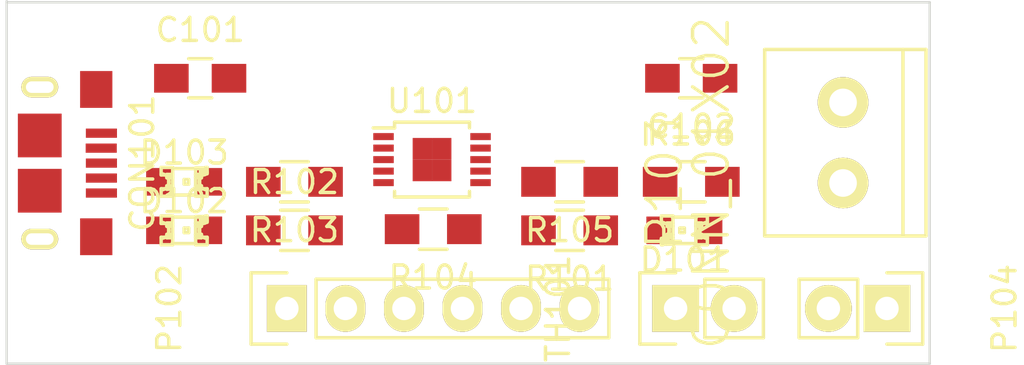
<source format=kicad_pcb>
(kicad_pcb (version 4) (host pcbnew "(2015-01-16 BZR 5376)-product")

  (general
    (links 38)
    (no_connects 38)
    (area 155.592772 93.599799 209.252534 109.447801)
    (thickness 1.6)
    (drawings 4)
    (tracks 0)
    (zones 0)
    (modules 17)
    (nets 16)
  )

  (page A4)
  (layers
    (0 F.Cu signal)
    (31 B.Cu signal)
    (32 B.Adhes user)
    (33 F.Adhes user)
    (34 B.Paste user)
    (35 F.Paste user)
    (36 B.SilkS user)
    (37 F.SilkS user)
    (38 B.Mask user)
    (39 F.Mask user)
    (40 Dwgs.User user)
    (41 Cmts.User user)
    (42 Eco1.User user)
    (43 Eco2.User user)
    (44 Edge.Cuts user)
    (45 Margin user)
    (46 B.CrtYd user)
    (47 F.CrtYd user)
    (48 B.Fab user)
    (49 F.Fab user)
  )

  (setup
    (last_trace_width 0.254)
    (trace_clearance 0.254)
    (zone_clearance 0.508)
    (zone_45_only no)
    (trace_min 0.254)
    (segment_width 0.2)
    (edge_width 0.1)
    (via_size 0.889)
    (via_drill 0.635)
    (via_min_size 0.889)
    (via_min_drill 0.508)
    (uvia_size 0.508)
    (uvia_drill 0.127)
    (uvias_allowed no)
    (uvia_min_size 0.508)
    (uvia_min_drill 0.127)
    (pcb_text_width 0.3)
    (pcb_text_size 1.5 1.5)
    (mod_edge_width 0.15)
    (mod_text_size 1 1)
    (mod_text_width 0.15)
    (pad_size 0.9 1.6)
    (pad_drill 0.5)
    (pad_to_mask_clearance 0)
    (aux_axis_origin 0 0)
    (grid_origin 181.2798 100.5332)
    (visible_elements 7FFCFFFF)
    (pcbplotparams
      (layerselection 0x00030_80000001)
      (usegerberextensions false)
      (excludeedgelayer true)
      (linewidth 0.100000)
      (plotframeref false)
      (viasonmask false)
      (mode 1)
      (useauxorigin false)
      (hpglpennumber 1)
      (hpglpenspeed 20)
      (hpglpendiameter 15)
      (hpglpenoverlay 2)
      (psnegative false)
      (psa4output false)
      (plotreference true)
      (plotvalue true)
      (plotinvisibletext false)
      (padsonsilk false)
      (subtractmaskfromsilk false)
      (outputformat 1)
      (mirror false)
      (drillshape 1)
      (scaleselection 1)
      (outputdirectory ""))
  )

  (net 0 "")
  (net 1 "Net-(C101-Pad1)")
  (net 2 GND)
  (net 3 /Vb)
  (net 4 "Net-(CON101-Pad2)")
  (net 5 "Net-(CON101-Pad3)")
  (net 6 "Net-(CON101-Pad4)")
  (net 7 "Net-(D101-Pad2)")
  (net 8 "Net-(D102-Pad2)")
  (net 9 "Net-(D103-Pad2)")
  (net 10 /S1)
  (net 11 /S2)
  (net 12 /Pg)
  (net 13 /Prog)
  (net 14 "Net-(R105-Pad1)")
  (net 15 "Net-(R105-Pad2)")

  (net_class Default "This is the default net class."
    (clearance 0.254)
    (trace_width 0.254)
    (via_dia 0.889)
    (via_drill 0.635)
    (uvia_dia 0.508)
    (uvia_drill 0.127)
    (add_net /Pg)
    (add_net /Prog)
    (add_net /S1)
    (add_net /S2)
    (add_net /Vb)
    (add_net GND)
    (add_net "Net-(C101-Pad1)")
    (add_net "Net-(CON101-Pad2)")
    (add_net "Net-(CON101-Pad3)")
    (add_net "Net-(CON101-Pad4)")
    (add_net "Net-(D101-Pad2)")
    (add_net "Net-(D102-Pad2)")
    (add_net "Net-(D103-Pad2)")
    (add_net "Net-(R105-Pad1)")
    (add_net "Net-(R105-Pad2)")
  )

  (module Capacitors_SMD:C_0805_HandSoldering (layer F.Cu) (tedit 541A9B8D) (tstamp 5515DDC6)
    (at 171.196 97)
    (descr "Capacitor SMD 0805, hand soldering")
    (tags "capacitor 0805")
    (path /55157C5D)
    (attr smd)
    (fp_text reference C101 (at 0 -2.1) (layer F.SilkS)
      (effects (font (size 1 1) (thickness 0.15)))
    )
    (fp_text value "1 uF" (at 0 2.1) (layer F.Fab)
      (effects (font (size 1 1) (thickness 0.15)))
    )
    (fp_line (start -2.3 -1) (end 2.3 -1) (layer F.CrtYd) (width 0.05))
    (fp_line (start -2.3 1) (end 2.3 1) (layer F.CrtYd) (width 0.05))
    (fp_line (start -2.3 -1) (end -2.3 1) (layer F.CrtYd) (width 0.05))
    (fp_line (start 2.3 -1) (end 2.3 1) (layer F.CrtYd) (width 0.05))
    (fp_line (start 0.5 -0.85) (end -0.5 -0.85) (layer F.SilkS) (width 0.15))
    (fp_line (start -0.5 0.85) (end 0.5 0.85) (layer F.SilkS) (width 0.15))
    (pad 1 smd rect (at -1.25 0) (size 1.5 1.25) (layers F.Cu F.Paste F.Mask)
      (net 1 "Net-(C101-Pad1)"))
    (pad 2 smd rect (at 1.25 0) (size 1.5 1.25) (layers F.Cu F.Paste F.Mask)
      (net 2 GND))
    (model Capacitors_SMD.3dshapes/C_0805_HandSoldering.wrl
      (at (xyz 0 0 0))
      (scale (xyz 1 1 1))
      (rotate (xyz 0 0 0))
    )
  )

  (module Capacitors_SMD:C_0805_HandSoldering (layer F.Cu) (tedit 541A9B8D) (tstamp 5515DDCC)
    (at 192.5 97 180)
    (descr "Capacitor SMD 0805, hand soldering")
    (tags "capacitor 0805")
    (path /55157E4E)
    (attr smd)
    (fp_text reference C102 (at 0 -2.1 180) (layer F.SilkS)
      (effects (font (size 1 1) (thickness 0.15)))
    )
    (fp_text value "4.7 uF" (at 0 2.1 180) (layer F.Fab)
      (effects (font (size 1 1) (thickness 0.15)))
    )
    (fp_line (start -2.3 -1) (end 2.3 -1) (layer F.CrtYd) (width 0.05))
    (fp_line (start -2.3 1) (end 2.3 1) (layer F.CrtYd) (width 0.05))
    (fp_line (start -2.3 -1) (end -2.3 1) (layer F.CrtYd) (width 0.05))
    (fp_line (start 2.3 -1) (end 2.3 1) (layer F.CrtYd) (width 0.05))
    (fp_line (start 0.5 -0.85) (end -0.5 -0.85) (layer F.SilkS) (width 0.15))
    (fp_line (start -0.5 0.85) (end 0.5 0.85) (layer F.SilkS) (width 0.15))
    (pad 1 smd rect (at -1.25 0 180) (size 1.5 1.25) (layers F.Cu F.Paste F.Mask)
      (net 3 /Vb))
    (pad 2 smd rect (at 1.25 0 180) (size 1.5 1.25) (layers F.Cu F.Paste F.Mask)
      (net 2 GND))
    (model Capacitors_SMD.3dshapes/C_0805_HandSoldering.wrl
      (at (xyz 0 0 0))
      (scale (xyz 1 1 1))
      (rotate (xyz 0 0 0))
    )
  )

  (module LEDs:LED-0805 (layer F.Cu) (tedit 5515DD94) (tstamp 5515DDDF)
    (at 192.2018 103.6066 180)
    (descr "LED 0805 smd package")
    (tags "LED 0805 SMD")
    (path /55157FA8)
    (attr smd)
    (fp_text reference D101 (at 0 -1.27 180) (layer F.SilkS)
      (effects (font (size 1 1) (thickness 0.15)))
    )
    (fp_text value LED (at 0 1.27 180) (layer F.Fab)
      (effects (font (size 1 1) (thickness 0.15)))
    )
    (fp_line (start 0.49784 0.29972) (end 0.49784 0.62484) (layer F.SilkS) (width 0.15))
    (fp_line (start 0.49784 0.62484) (end 0.99822 0.62484) (layer F.SilkS) (width 0.15))
    (fp_line (start 0.99822 0.29972) (end 0.99822 0.62484) (layer F.SilkS) (width 0.15))
    (fp_line (start 0.49784 0.29972) (end 0.99822 0.29972) (layer F.SilkS) (width 0.15))
    (fp_line (start 0.49784 -0.32258) (end 0.49784 -0.17272) (layer F.SilkS) (width 0.15))
    (fp_line (start 0.49784 -0.17272) (end 0.7493 -0.17272) (layer F.SilkS) (width 0.15))
    (fp_line (start 0.7493 -0.32258) (end 0.7493 -0.17272) (layer F.SilkS) (width 0.15))
    (fp_line (start 0.49784 -0.32258) (end 0.7493 -0.32258) (layer F.SilkS) (width 0.15))
    (fp_line (start 0.49784 0.17272) (end 0.49784 0.32258) (layer F.SilkS) (width 0.15))
    (fp_line (start 0.49784 0.32258) (end 0.7493 0.32258) (layer F.SilkS) (width 0.15))
    (fp_line (start 0.7493 0.17272) (end 0.7493 0.32258) (layer F.SilkS) (width 0.15))
    (fp_line (start 0.49784 0.17272) (end 0.7493 0.17272) (layer F.SilkS) (width 0.15))
    (fp_line (start 0.49784 -0.19812) (end 0.49784 0.19812) (layer F.SilkS) (width 0.15))
    (fp_line (start 0.49784 0.19812) (end 0.6731 0.19812) (layer F.SilkS) (width 0.15))
    (fp_line (start 0.6731 -0.19812) (end 0.6731 0.19812) (layer F.SilkS) (width 0.15))
    (fp_line (start 0.49784 -0.19812) (end 0.6731 -0.19812) (layer F.SilkS) (width 0.15))
    (fp_line (start -0.99822 0.29972) (end -0.99822 0.62484) (layer F.SilkS) (width 0.15))
    (fp_line (start -0.99822 0.62484) (end -0.49784 0.62484) (layer F.SilkS) (width 0.15))
    (fp_line (start -0.49784 0.29972) (end -0.49784 0.62484) (layer F.SilkS) (width 0.15))
    (fp_line (start -0.99822 0.29972) (end -0.49784 0.29972) (layer F.SilkS) (width 0.15))
    (fp_line (start -0.99822 -0.62484) (end -0.99822 -0.29972) (layer F.SilkS) (width 0.15))
    (fp_line (start -0.99822 -0.29972) (end -0.49784 -0.29972) (layer F.SilkS) (width 0.15))
    (fp_line (start -0.49784 -0.62484) (end -0.49784 -0.29972) (layer F.SilkS) (width 0.15))
    (fp_line (start -0.99822 -0.62484) (end -0.49784 -0.62484) (layer F.SilkS) (width 0.15))
    (fp_line (start -0.7493 0.17272) (end -0.7493 0.32258) (layer F.SilkS) (width 0.15))
    (fp_line (start -0.7493 0.32258) (end -0.49784 0.32258) (layer F.SilkS) (width 0.15))
    (fp_line (start -0.49784 0.17272) (end -0.49784 0.32258) (layer F.SilkS) (width 0.15))
    (fp_line (start -0.7493 0.17272) (end -0.49784 0.17272) (layer F.SilkS) (width 0.15))
    (fp_line (start -0.7493 -0.32258) (end -0.7493 -0.17272) (layer F.SilkS) (width 0.15))
    (fp_line (start -0.7493 -0.17272) (end -0.49784 -0.17272) (layer F.SilkS) (width 0.15))
    (fp_line (start -0.49784 -0.32258) (end -0.49784 -0.17272) (layer F.SilkS) (width 0.15))
    (fp_line (start -0.7493 -0.32258) (end -0.49784 -0.32258) (layer F.SilkS) (width 0.15))
    (fp_line (start -0.6731 -0.19812) (end -0.6731 0.19812) (layer F.SilkS) (width 0.15))
    (fp_line (start -0.6731 0.19812) (end -0.49784 0.19812) (layer F.SilkS) (width 0.15))
    (fp_line (start -0.49784 -0.19812) (end -0.49784 0.19812) (layer F.SilkS) (width 0.15))
    (fp_line (start -0.6731 -0.19812) (end -0.49784 -0.19812) (layer F.SilkS) (width 0.15))
    (fp_line (start 0 -0.09906) (end 0 0.09906) (layer F.SilkS) (width 0.15))
    (fp_line (start 0 0.09906) (end 0.19812 0.09906) (layer F.SilkS) (width 0.15))
    (fp_line (start 0.19812 -0.09906) (end 0.19812 0.09906) (layer F.SilkS) (width 0.15))
    (fp_line (start 0 -0.09906) (end 0.19812 -0.09906) (layer F.SilkS) (width 0.15))
    (fp_line (start 0.49784 -0.59944) (end 0.49784 -0.29972) (layer F.SilkS) (width 0.15))
    (fp_line (start 0.49784 -0.29972) (end 0.79756 -0.29972) (layer F.SilkS) (width 0.15))
    (fp_line (start 0.79756 -0.59944) (end 0.79756 -0.29972) (layer F.SilkS) (width 0.15))
    (fp_line (start 0.49784 -0.59944) (end 0.79756 -0.59944) (layer F.SilkS) (width 0.15))
    (fp_line (start 0.92456 -0.62484) (end 0.92456 -0.39878) (layer F.SilkS) (width 0.15))
    (fp_line (start 0.92456 -0.39878) (end 0.99822 -0.39878) (layer F.SilkS) (width 0.15))
    (fp_line (start 0.99822 -0.62484) (end 0.99822 -0.39878) (layer F.SilkS) (width 0.15))
    (fp_line (start 0.92456 -0.62484) (end 0.99822 -0.62484) (layer F.SilkS) (width 0.15))
    (fp_line (start 0.52324 0.57404) (end -0.52324 0.57404) (layer F.SilkS) (width 0.15))
    (fp_line (start -0.49784 -0.57404) (end 0.92456 -0.57404) (layer F.SilkS) (width 0.15))
    (fp_circle (center 0.84836 -0.44958) (end 0.89916 -0.50038) (layer F.SilkS) (width 0.15))
    (fp_arc (start 0.99822 0) (end 0.99822 0.34798) (angle 180) (layer F.SilkS) (width 0.15))
    (fp_arc (start -0.99822 0) (end -0.99822 -0.34798) (angle 180) (layer F.SilkS) (width 0.15))
    (pad 1 smd rect (at -1.04902 0 180) (size 1.19888 1.19888) (layers F.Cu F.Paste F.Mask)
      (net 1 "Net-(C101-Pad1)"))
    (pad 2 smd rect (at 1.04902 0 180) (size 1.19888 1.19888) (layers F.Cu F.Paste F.Mask)
      (net 7 "Net-(D101-Pad2)"))
  )

  (module LEDs:LED-0805 (layer F.Cu) (tedit 5515DD94) (tstamp 5515DDE5)
    (at 170.5 103.6066)
    (descr "LED 0805 smd package")
    (tags "LED 0805 SMD")
    (path /551582F4)
    (attr smd)
    (fp_text reference D102 (at 0 -1.27) (layer F.SilkS)
      (effects (font (size 1 1) (thickness 0.15)))
    )
    (fp_text value LED (at 0 1.27) (layer F.Fab)
      (effects (font (size 1 1) (thickness 0.15)))
    )
    (fp_line (start 0.49784 0.29972) (end 0.49784 0.62484) (layer F.SilkS) (width 0.15))
    (fp_line (start 0.49784 0.62484) (end 0.99822 0.62484) (layer F.SilkS) (width 0.15))
    (fp_line (start 0.99822 0.29972) (end 0.99822 0.62484) (layer F.SilkS) (width 0.15))
    (fp_line (start 0.49784 0.29972) (end 0.99822 0.29972) (layer F.SilkS) (width 0.15))
    (fp_line (start 0.49784 -0.32258) (end 0.49784 -0.17272) (layer F.SilkS) (width 0.15))
    (fp_line (start 0.49784 -0.17272) (end 0.7493 -0.17272) (layer F.SilkS) (width 0.15))
    (fp_line (start 0.7493 -0.32258) (end 0.7493 -0.17272) (layer F.SilkS) (width 0.15))
    (fp_line (start 0.49784 -0.32258) (end 0.7493 -0.32258) (layer F.SilkS) (width 0.15))
    (fp_line (start 0.49784 0.17272) (end 0.49784 0.32258) (layer F.SilkS) (width 0.15))
    (fp_line (start 0.49784 0.32258) (end 0.7493 0.32258) (layer F.SilkS) (width 0.15))
    (fp_line (start 0.7493 0.17272) (end 0.7493 0.32258) (layer F.SilkS) (width 0.15))
    (fp_line (start 0.49784 0.17272) (end 0.7493 0.17272) (layer F.SilkS) (width 0.15))
    (fp_line (start 0.49784 -0.19812) (end 0.49784 0.19812) (layer F.SilkS) (width 0.15))
    (fp_line (start 0.49784 0.19812) (end 0.6731 0.19812) (layer F.SilkS) (width 0.15))
    (fp_line (start 0.6731 -0.19812) (end 0.6731 0.19812) (layer F.SilkS) (width 0.15))
    (fp_line (start 0.49784 -0.19812) (end 0.6731 -0.19812) (layer F.SilkS) (width 0.15))
    (fp_line (start -0.99822 0.29972) (end -0.99822 0.62484) (layer F.SilkS) (width 0.15))
    (fp_line (start -0.99822 0.62484) (end -0.49784 0.62484) (layer F.SilkS) (width 0.15))
    (fp_line (start -0.49784 0.29972) (end -0.49784 0.62484) (layer F.SilkS) (width 0.15))
    (fp_line (start -0.99822 0.29972) (end -0.49784 0.29972) (layer F.SilkS) (width 0.15))
    (fp_line (start -0.99822 -0.62484) (end -0.99822 -0.29972) (layer F.SilkS) (width 0.15))
    (fp_line (start -0.99822 -0.29972) (end -0.49784 -0.29972) (layer F.SilkS) (width 0.15))
    (fp_line (start -0.49784 -0.62484) (end -0.49784 -0.29972) (layer F.SilkS) (width 0.15))
    (fp_line (start -0.99822 -0.62484) (end -0.49784 -0.62484) (layer F.SilkS) (width 0.15))
    (fp_line (start -0.7493 0.17272) (end -0.7493 0.32258) (layer F.SilkS) (width 0.15))
    (fp_line (start -0.7493 0.32258) (end -0.49784 0.32258) (layer F.SilkS) (width 0.15))
    (fp_line (start -0.49784 0.17272) (end -0.49784 0.32258) (layer F.SilkS) (width 0.15))
    (fp_line (start -0.7493 0.17272) (end -0.49784 0.17272) (layer F.SilkS) (width 0.15))
    (fp_line (start -0.7493 -0.32258) (end -0.7493 -0.17272) (layer F.SilkS) (width 0.15))
    (fp_line (start -0.7493 -0.17272) (end -0.49784 -0.17272) (layer F.SilkS) (width 0.15))
    (fp_line (start -0.49784 -0.32258) (end -0.49784 -0.17272) (layer F.SilkS) (width 0.15))
    (fp_line (start -0.7493 -0.32258) (end -0.49784 -0.32258) (layer F.SilkS) (width 0.15))
    (fp_line (start -0.6731 -0.19812) (end -0.6731 0.19812) (layer F.SilkS) (width 0.15))
    (fp_line (start -0.6731 0.19812) (end -0.49784 0.19812) (layer F.SilkS) (width 0.15))
    (fp_line (start -0.49784 -0.19812) (end -0.49784 0.19812) (layer F.SilkS) (width 0.15))
    (fp_line (start -0.6731 -0.19812) (end -0.49784 -0.19812) (layer F.SilkS) (width 0.15))
    (fp_line (start 0 -0.09906) (end 0 0.09906) (layer F.SilkS) (width 0.15))
    (fp_line (start 0 0.09906) (end 0.19812 0.09906) (layer F.SilkS) (width 0.15))
    (fp_line (start 0.19812 -0.09906) (end 0.19812 0.09906) (layer F.SilkS) (width 0.15))
    (fp_line (start 0 -0.09906) (end 0.19812 -0.09906) (layer F.SilkS) (width 0.15))
    (fp_line (start 0.49784 -0.59944) (end 0.49784 -0.29972) (layer F.SilkS) (width 0.15))
    (fp_line (start 0.49784 -0.29972) (end 0.79756 -0.29972) (layer F.SilkS) (width 0.15))
    (fp_line (start 0.79756 -0.59944) (end 0.79756 -0.29972) (layer F.SilkS) (width 0.15))
    (fp_line (start 0.49784 -0.59944) (end 0.79756 -0.59944) (layer F.SilkS) (width 0.15))
    (fp_line (start 0.92456 -0.62484) (end 0.92456 -0.39878) (layer F.SilkS) (width 0.15))
    (fp_line (start 0.92456 -0.39878) (end 0.99822 -0.39878) (layer F.SilkS) (width 0.15))
    (fp_line (start 0.99822 -0.62484) (end 0.99822 -0.39878) (layer F.SilkS) (width 0.15))
    (fp_line (start 0.92456 -0.62484) (end 0.99822 -0.62484) (layer F.SilkS) (width 0.15))
    (fp_line (start 0.52324 0.57404) (end -0.52324 0.57404) (layer F.SilkS) (width 0.15))
    (fp_line (start -0.49784 -0.57404) (end 0.92456 -0.57404) (layer F.SilkS) (width 0.15))
    (fp_circle (center 0.84836 -0.44958) (end 0.89916 -0.50038) (layer F.SilkS) (width 0.15))
    (fp_arc (start 0.99822 0) (end 0.99822 0.34798) (angle 180) (layer F.SilkS) (width 0.15))
    (fp_arc (start -0.99822 0) (end -0.99822 -0.34798) (angle 180) (layer F.SilkS) (width 0.15))
    (pad 1 smd rect (at -1.04902 0) (size 1.19888 1.19888) (layers F.Cu F.Paste F.Mask)
      (net 1 "Net-(C101-Pad1)"))
    (pad 2 smd rect (at 1.04902 0) (size 1.19888 1.19888) (layers F.Cu F.Paste F.Mask)
      (net 8 "Net-(D102-Pad2)"))
  )

  (module LEDs:LED-0805 (layer F.Cu) (tedit 5515DD94) (tstamp 5515DDEB)
    (at 170.5 101.4984)
    (descr "LED 0805 smd package")
    (tags "LED 0805 SMD")
    (path /551581E5)
    (attr smd)
    (fp_text reference D103 (at 0 -1.27) (layer F.SilkS)
      (effects (font (size 1 1) (thickness 0.15)))
    )
    (fp_text value LED (at 0 1.27) (layer F.Fab)
      (effects (font (size 1 1) (thickness 0.15)))
    )
    (fp_line (start 0.49784 0.29972) (end 0.49784 0.62484) (layer F.SilkS) (width 0.15))
    (fp_line (start 0.49784 0.62484) (end 0.99822 0.62484) (layer F.SilkS) (width 0.15))
    (fp_line (start 0.99822 0.29972) (end 0.99822 0.62484) (layer F.SilkS) (width 0.15))
    (fp_line (start 0.49784 0.29972) (end 0.99822 0.29972) (layer F.SilkS) (width 0.15))
    (fp_line (start 0.49784 -0.32258) (end 0.49784 -0.17272) (layer F.SilkS) (width 0.15))
    (fp_line (start 0.49784 -0.17272) (end 0.7493 -0.17272) (layer F.SilkS) (width 0.15))
    (fp_line (start 0.7493 -0.32258) (end 0.7493 -0.17272) (layer F.SilkS) (width 0.15))
    (fp_line (start 0.49784 -0.32258) (end 0.7493 -0.32258) (layer F.SilkS) (width 0.15))
    (fp_line (start 0.49784 0.17272) (end 0.49784 0.32258) (layer F.SilkS) (width 0.15))
    (fp_line (start 0.49784 0.32258) (end 0.7493 0.32258) (layer F.SilkS) (width 0.15))
    (fp_line (start 0.7493 0.17272) (end 0.7493 0.32258) (layer F.SilkS) (width 0.15))
    (fp_line (start 0.49784 0.17272) (end 0.7493 0.17272) (layer F.SilkS) (width 0.15))
    (fp_line (start 0.49784 -0.19812) (end 0.49784 0.19812) (layer F.SilkS) (width 0.15))
    (fp_line (start 0.49784 0.19812) (end 0.6731 0.19812) (layer F.SilkS) (width 0.15))
    (fp_line (start 0.6731 -0.19812) (end 0.6731 0.19812) (layer F.SilkS) (width 0.15))
    (fp_line (start 0.49784 -0.19812) (end 0.6731 -0.19812) (layer F.SilkS) (width 0.15))
    (fp_line (start -0.99822 0.29972) (end -0.99822 0.62484) (layer F.SilkS) (width 0.15))
    (fp_line (start -0.99822 0.62484) (end -0.49784 0.62484) (layer F.SilkS) (width 0.15))
    (fp_line (start -0.49784 0.29972) (end -0.49784 0.62484) (layer F.SilkS) (width 0.15))
    (fp_line (start -0.99822 0.29972) (end -0.49784 0.29972) (layer F.SilkS) (width 0.15))
    (fp_line (start -0.99822 -0.62484) (end -0.99822 -0.29972) (layer F.SilkS) (width 0.15))
    (fp_line (start -0.99822 -0.29972) (end -0.49784 -0.29972) (layer F.SilkS) (width 0.15))
    (fp_line (start -0.49784 -0.62484) (end -0.49784 -0.29972) (layer F.SilkS) (width 0.15))
    (fp_line (start -0.99822 -0.62484) (end -0.49784 -0.62484) (layer F.SilkS) (width 0.15))
    (fp_line (start -0.7493 0.17272) (end -0.7493 0.32258) (layer F.SilkS) (width 0.15))
    (fp_line (start -0.7493 0.32258) (end -0.49784 0.32258) (layer F.SilkS) (width 0.15))
    (fp_line (start -0.49784 0.17272) (end -0.49784 0.32258) (layer F.SilkS) (width 0.15))
    (fp_line (start -0.7493 0.17272) (end -0.49784 0.17272) (layer F.SilkS) (width 0.15))
    (fp_line (start -0.7493 -0.32258) (end -0.7493 -0.17272) (layer F.SilkS) (width 0.15))
    (fp_line (start -0.7493 -0.17272) (end -0.49784 -0.17272) (layer F.SilkS) (width 0.15))
    (fp_line (start -0.49784 -0.32258) (end -0.49784 -0.17272) (layer F.SilkS) (width 0.15))
    (fp_line (start -0.7493 -0.32258) (end -0.49784 -0.32258) (layer F.SilkS) (width 0.15))
    (fp_line (start -0.6731 -0.19812) (end -0.6731 0.19812) (layer F.SilkS) (width 0.15))
    (fp_line (start -0.6731 0.19812) (end -0.49784 0.19812) (layer F.SilkS) (width 0.15))
    (fp_line (start -0.49784 -0.19812) (end -0.49784 0.19812) (layer F.SilkS) (width 0.15))
    (fp_line (start -0.6731 -0.19812) (end -0.49784 -0.19812) (layer F.SilkS) (width 0.15))
    (fp_line (start 0 -0.09906) (end 0 0.09906) (layer F.SilkS) (width 0.15))
    (fp_line (start 0 0.09906) (end 0.19812 0.09906) (layer F.SilkS) (width 0.15))
    (fp_line (start 0.19812 -0.09906) (end 0.19812 0.09906) (layer F.SilkS) (width 0.15))
    (fp_line (start 0 -0.09906) (end 0.19812 -0.09906) (layer F.SilkS) (width 0.15))
    (fp_line (start 0.49784 -0.59944) (end 0.49784 -0.29972) (layer F.SilkS) (width 0.15))
    (fp_line (start 0.49784 -0.29972) (end 0.79756 -0.29972) (layer F.SilkS) (width 0.15))
    (fp_line (start 0.79756 -0.59944) (end 0.79756 -0.29972) (layer F.SilkS) (width 0.15))
    (fp_line (start 0.49784 -0.59944) (end 0.79756 -0.59944) (layer F.SilkS) (width 0.15))
    (fp_line (start 0.92456 -0.62484) (end 0.92456 -0.39878) (layer F.SilkS) (width 0.15))
    (fp_line (start 0.92456 -0.39878) (end 0.99822 -0.39878) (layer F.SilkS) (width 0.15))
    (fp_line (start 0.99822 -0.62484) (end 0.99822 -0.39878) (layer F.SilkS) (width 0.15))
    (fp_line (start 0.92456 -0.62484) (end 0.99822 -0.62484) (layer F.SilkS) (width 0.15))
    (fp_line (start 0.52324 0.57404) (end -0.52324 0.57404) (layer F.SilkS) (width 0.15))
    (fp_line (start -0.49784 -0.57404) (end 0.92456 -0.57404) (layer F.SilkS) (width 0.15))
    (fp_circle (center 0.84836 -0.44958) (end 0.89916 -0.50038) (layer F.SilkS) (width 0.15))
    (fp_arc (start 0.99822 0) (end 0.99822 0.34798) (angle 180) (layer F.SilkS) (width 0.15))
    (fp_arc (start -0.99822 0) (end -0.99822 -0.34798) (angle 180) (layer F.SilkS) (width 0.15))
    (pad 1 smd rect (at -1.04902 0) (size 1.19888 1.19888) (layers F.Cu F.Paste F.Mask)
      (net 1 "Net-(C101-Pad1)"))
    (pad 2 smd rect (at 1.04902 0) (size 1.19888 1.19888) (layers F.Cu F.Paste F.Mask)
      (net 9 "Net-(D103-Pad2)"))
  )

  (module Pin_Headers:Pin_Header_Straight_1x06 (layer F.Cu) (tedit 5515DD94) (tstamp 5515DDFB)
    (at 174.9552 107 90)
    (descr "Through hole pin header")
    (tags "pin header")
    (path /5515BAFA)
    (fp_text reference P102 (at 0 -5.1 90) (layer F.SilkS)
      (effects (font (size 1 1) (thickness 0.15)))
    )
    (fp_text value CONN_01X06 (at 0 -3.1 90) (layer F.Fab)
      (effects (font (size 1 1) (thickness 0.15)))
    )
    (fp_line (start -1.75 -1.75) (end -1.75 14.45) (layer F.CrtYd) (width 0.05))
    (fp_line (start 1.75 -1.75) (end 1.75 14.45) (layer F.CrtYd) (width 0.05))
    (fp_line (start -1.75 -1.75) (end 1.75 -1.75) (layer F.CrtYd) (width 0.05))
    (fp_line (start -1.75 14.45) (end 1.75 14.45) (layer F.CrtYd) (width 0.05))
    (fp_line (start 1.27 1.27) (end 1.27 13.97) (layer F.SilkS) (width 0.15))
    (fp_line (start 1.27 13.97) (end -1.27 13.97) (layer F.SilkS) (width 0.15))
    (fp_line (start -1.27 13.97) (end -1.27 1.27) (layer F.SilkS) (width 0.15))
    (fp_line (start 1.55 -1.55) (end 1.55 0) (layer F.SilkS) (width 0.15))
    (fp_line (start 1.27 1.27) (end -1.27 1.27) (layer F.SilkS) (width 0.15))
    (fp_line (start -1.55 0) (end -1.55 -1.55) (layer F.SilkS) (width 0.15))
    (fp_line (start -1.55 -1.55) (end 1.55 -1.55) (layer F.SilkS) (width 0.15))
    (pad 1 thru_hole rect (at 0 0 90) (size 2.032 1.7272) (drill 1.016) (layers *.Cu *.Mask F.SilkS)
      (net 10 /S1))
    (pad 2 thru_hole oval (at 0 2.54 90) (size 2.032 1.7272) (drill 1.016) (layers *.Cu *.Mask F.SilkS)
      (net 11 /S2))
    (pad 3 thru_hole oval (at 0 5.08 90) (size 2.032 1.7272) (drill 1.016) (layers *.Cu *.Mask F.SilkS)
      (net 12 /Pg))
    (pad 4 thru_hole oval (at 0 7.62 90) (size 2.032 1.7272) (drill 1.016) (layers *.Cu *.Mask F.SilkS)
      (net 13 /Prog))
    (pad 5 thru_hole oval (at 0 10.16 90) (size 2.032 1.7272) (drill 1.016) (layers *.Cu *.Mask F.SilkS)
      (net 3 /Vb))
    (pad 6 thru_hole oval (at 0 12.7 90) (size 2.032 1.7272) (drill 1.016) (layers *.Cu *.Mask F.SilkS)
      (net 2 GND))
    (model Pin_Headers.3dshapes/Pin_Header_Straight_1x06.wrl
      (at (xyz 0 -0.25 0))
      (scale (xyz 1 1 1))
      (rotate (xyz 0 0 90))
    )
  )

  (module Pin_Headers:Pin_Header_Straight_1x02 (layer F.Cu) (tedit 54EA090C) (tstamp 5515DE07)
    (at 200.9902 107 270)
    (descr "Through hole pin header")
    (tags "pin header")
    (path /551604F7)
    (fp_text reference P104 (at 0 -5.1 270) (layer F.SilkS)
      (effects (font (size 1 1) (thickness 0.15)))
    )
    (fp_text value CONN_01X02 (at 0 -3.1 270) (layer F.Fab)
      (effects (font (size 1 1) (thickness 0.15)))
    )
    (fp_line (start 1.27 1.27) (end 1.27 3.81) (layer F.SilkS) (width 0.15))
    (fp_line (start 1.55 -1.55) (end 1.55 0) (layer F.SilkS) (width 0.15))
    (fp_line (start -1.75 -1.75) (end -1.75 4.3) (layer F.CrtYd) (width 0.05))
    (fp_line (start 1.75 -1.75) (end 1.75 4.3) (layer F.CrtYd) (width 0.05))
    (fp_line (start -1.75 -1.75) (end 1.75 -1.75) (layer F.CrtYd) (width 0.05))
    (fp_line (start -1.75 4.3) (end 1.75 4.3) (layer F.CrtYd) (width 0.05))
    (fp_line (start 1.27 1.27) (end -1.27 1.27) (layer F.SilkS) (width 0.15))
    (fp_line (start -1.55 0) (end -1.55 -1.55) (layer F.SilkS) (width 0.15))
    (fp_line (start -1.55 -1.55) (end 1.55 -1.55) (layer F.SilkS) (width 0.15))
    (fp_line (start -1.27 1.27) (end -1.27 3.81) (layer F.SilkS) (width 0.15))
    (fp_line (start -1.27 3.81) (end 1.27 3.81) (layer F.SilkS) (width 0.15))
    (pad 1 thru_hole rect (at 0 0 270) (size 2.032 2.032) (drill 1.016) (layers *.Cu *.Mask F.SilkS)
      (net 3 /Vb))
    (pad 2 thru_hole oval (at 0 2.54 270) (size 2.032 2.032) (drill 1.016) (layers *.Cu *.Mask F.SilkS)
      (net 2 GND))
    (model Pin_Headers.3dshapes/Pin_Header_Straight_1x02.wrl
      (at (xyz 0 -0.05 0))
      (scale (xyz 1 1 1))
      (rotate (xyz 0 0 90))
    )
  )

  (module Resistors_SMD:R_0805_HandSoldering (layer F.Cu) (tedit 54189DEE) (tstamp 5515DE0D)
    (at 187.2234 103.6066 180)
    (descr "Resistor SMD 0805, hand soldering")
    (tags "resistor 0805")
    (path /551579F0)
    (attr smd)
    (fp_text reference R101 (at 0 -2.1 180) (layer F.SilkS)
      (effects (font (size 1 1) (thickness 0.15)))
    )
    (fp_text value 470R (at 0 2.1 180) (layer F.Fab)
      (effects (font (size 1 1) (thickness 0.15)))
    )
    (fp_line (start -2.4 -1) (end 2.4 -1) (layer F.CrtYd) (width 0.05))
    (fp_line (start -2.4 1) (end 2.4 1) (layer F.CrtYd) (width 0.05))
    (fp_line (start -2.4 -1) (end -2.4 1) (layer F.CrtYd) (width 0.05))
    (fp_line (start 2.4 -1) (end 2.4 1) (layer F.CrtYd) (width 0.05))
    (fp_line (start 0.6 0.875) (end -0.6 0.875) (layer F.SilkS) (width 0.15))
    (fp_line (start -0.6 -0.875) (end 0.6 -0.875) (layer F.SilkS) (width 0.15))
    (pad 1 smd rect (at -1.35 0 180) (size 1.5 1.3) (layers F.Cu F.Paste F.Mask)
      (net 7 "Net-(D101-Pad2)"))
    (pad 2 smd rect (at 1.35 0 180) (size 1.5 1.3) (layers F.Cu F.Paste F.Mask)
      (net 12 /Pg))
    (model Resistors_SMD.3dshapes/R_0805_HandSoldering.wrl
      (at (xyz 0 0 0))
      (scale (xyz 1 1 1))
      (rotate (xyz 0 0 0))
    )
  )

  (module Resistors_SMD:R_0805_HandSoldering (layer F.Cu) (tedit 54189DEE) (tstamp 5515DE13)
    (at 175.2854 103.6066)
    (descr "Resistor SMD 0805, hand soldering")
    (tags "resistor 0805")
    (path /55157895)
    (attr smd)
    (fp_text reference R102 (at 0 -2.1) (layer F.SilkS)
      (effects (font (size 1 1) (thickness 0.15)))
    )
    (fp_text value 470R (at 0 2.1) (layer F.Fab)
      (effects (font (size 1 1) (thickness 0.15)))
    )
    (fp_line (start -2.4 -1) (end 2.4 -1) (layer F.CrtYd) (width 0.05))
    (fp_line (start -2.4 1) (end 2.4 1) (layer F.CrtYd) (width 0.05))
    (fp_line (start -2.4 -1) (end -2.4 1) (layer F.CrtYd) (width 0.05))
    (fp_line (start 2.4 -1) (end 2.4 1) (layer F.CrtYd) (width 0.05))
    (fp_line (start 0.6 0.875) (end -0.6 0.875) (layer F.SilkS) (width 0.15))
    (fp_line (start -0.6 -0.875) (end 0.6 -0.875) (layer F.SilkS) (width 0.15))
    (pad 1 smd rect (at -1.35 0) (size 1.5 1.3) (layers F.Cu F.Paste F.Mask)
      (net 8 "Net-(D102-Pad2)"))
    (pad 2 smd rect (at 1.35 0) (size 1.5 1.3) (layers F.Cu F.Paste F.Mask)
      (net 11 /S2))
    (model Resistors_SMD.3dshapes/R_0805_HandSoldering.wrl
      (at (xyz 0 0 0))
      (scale (xyz 1 1 1))
      (rotate (xyz 0 0 0))
    )
  )

  (module Resistors_SMD:R_0805_HandSoldering (layer F.Cu) (tedit 54189DEE) (tstamp 5515DE19)
    (at 175.2854 101.4984 180)
    (descr "Resistor SMD 0805, hand soldering")
    (tags "resistor 0805")
    (path /55157B0D)
    (attr smd)
    (fp_text reference R103 (at 0 -2.1 180) (layer F.SilkS)
      (effects (font (size 1 1) (thickness 0.15)))
    )
    (fp_text value 470R (at 0 2.1 180) (layer F.Fab)
      (effects (font (size 1 1) (thickness 0.15)))
    )
    (fp_line (start -2.4 -1) (end 2.4 -1) (layer F.CrtYd) (width 0.05))
    (fp_line (start -2.4 1) (end 2.4 1) (layer F.CrtYd) (width 0.05))
    (fp_line (start -2.4 -1) (end -2.4 1) (layer F.CrtYd) (width 0.05))
    (fp_line (start 2.4 -1) (end 2.4 1) (layer F.CrtYd) (width 0.05))
    (fp_line (start 0.6 0.875) (end -0.6 0.875) (layer F.SilkS) (width 0.15))
    (fp_line (start -0.6 -0.875) (end 0.6 -0.875) (layer F.SilkS) (width 0.15))
    (pad 1 smd rect (at -1.35 0 180) (size 1.5 1.3) (layers F.Cu F.Paste F.Mask)
      (net 10 /S1))
    (pad 2 smd rect (at 1.35 0 180) (size 1.5 1.3) (layers F.Cu F.Paste F.Mask)
      (net 9 "Net-(D103-Pad2)"))
    (model Resistors_SMD.3dshapes/R_0805_HandSoldering.wrl
      (at (xyz 0 0 0))
      (scale (xyz 1 1 1))
      (rotate (xyz 0 0 0))
    )
  )

  (module Resistors_SMD:R_0805_HandSoldering (layer F.Cu) (tedit 54189DEE) (tstamp 5515DE1F)
    (at 181.3052 103.5558 180)
    (descr "Resistor SMD 0805, hand soldering")
    (tags "resistor 0805")
    (path /55157C1C)
    (attr smd)
    (fp_text reference R104 (at 0 -2.1 180) (layer F.SilkS)
      (effects (font (size 1 1) (thickness 0.15)))
    )
    (fp_text value 1k (at 0 2.1 180) (layer F.Fab)
      (effects (font (size 1 1) (thickness 0.15)))
    )
    (fp_line (start -2.4 -1) (end 2.4 -1) (layer F.CrtYd) (width 0.05))
    (fp_line (start -2.4 1) (end 2.4 1) (layer F.CrtYd) (width 0.05))
    (fp_line (start -2.4 -1) (end -2.4 1) (layer F.CrtYd) (width 0.05))
    (fp_line (start 2.4 -1) (end 2.4 1) (layer F.CrtYd) (width 0.05))
    (fp_line (start 0.6 0.875) (end -0.6 0.875) (layer F.SilkS) (width 0.15))
    (fp_line (start -0.6 -0.875) (end 0.6 -0.875) (layer F.SilkS) (width 0.15))
    (pad 1 smd rect (at -1.35 0 180) (size 1.5 1.3) (layers F.Cu F.Paste F.Mask)
      (net 13 /Prog))
    (pad 2 smd rect (at 1.35 0 180) (size 1.5 1.3) (layers F.Cu F.Paste F.Mask)
      (net 2 GND))
    (model Resistors_SMD.3dshapes/R_0805_HandSoldering.wrl
      (at (xyz 0 0 0))
      (scale (xyz 1 1 1))
      (rotate (xyz 0 0 0))
    )
  )

  (module Resistors_SMD:R_0805_HandSoldering (layer F.Cu) (tedit 54189DEE) (tstamp 5515DE25)
    (at 187.2234 101.4984 180)
    (descr "Resistor SMD 0805, hand soldering")
    (tags "resistor 0805")
    (path /5515EA72)
    (attr smd)
    (fp_text reference R105 (at 0 -2.1 180) (layer F.SilkS)
      (effects (font (size 1 1) (thickness 0.15)))
    )
    (fp_text value R (at 0 2.1 180) (layer F.Fab)
      (effects (font (size 1 1) (thickness 0.15)))
    )
    (fp_line (start -2.4 -1) (end 2.4 -1) (layer F.CrtYd) (width 0.05))
    (fp_line (start -2.4 1) (end 2.4 1) (layer F.CrtYd) (width 0.05))
    (fp_line (start -2.4 -1) (end -2.4 1) (layer F.CrtYd) (width 0.05))
    (fp_line (start 2.4 -1) (end 2.4 1) (layer F.CrtYd) (width 0.05))
    (fp_line (start 0.6 0.875) (end -0.6 0.875) (layer F.SilkS) (width 0.15))
    (fp_line (start -0.6 -0.875) (end 0.6 -0.875) (layer F.SilkS) (width 0.15))
    (pad 1 smd rect (at -1.35 0 180) (size 1.5 1.3) (layers F.Cu F.Paste F.Mask)
      (net 14 "Net-(R105-Pad1)"))
    (pad 2 smd rect (at 1.35 0 180) (size 1.5 1.3) (layers F.Cu F.Paste F.Mask)
      (net 15 "Net-(R105-Pad2)"))
    (model Resistors_SMD.3dshapes/R_0805_HandSoldering.wrl
      (at (xyz 0 0 0))
      (scale (xyz 1 1 1))
      (rotate (xyz 0 0 0))
    )
  )

  (module Resistors_SMD:R_0805_HandSoldering (layer F.Cu) (tedit 54189DEE) (tstamp 5515DE2B)
    (at 192.5 101.4984)
    (descr "Resistor SMD 0805, hand soldering")
    (tags "resistor 0805")
    (path /5515EDFB)
    (attr smd)
    (fp_text reference R106 (at 0 -2.1) (layer F.SilkS)
      (effects (font (size 1 1) (thickness 0.15)))
    )
    (fp_text value R (at 0 2.1) (layer F.Fab)
      (effects (font (size 1 1) (thickness 0.15)))
    )
    (fp_line (start -2.4 -1) (end 2.4 -1) (layer F.CrtYd) (width 0.05))
    (fp_line (start -2.4 1) (end 2.4 1) (layer F.CrtYd) (width 0.05))
    (fp_line (start -2.4 -1) (end -2.4 1) (layer F.CrtYd) (width 0.05))
    (fp_line (start 2.4 -1) (end 2.4 1) (layer F.CrtYd) (width 0.05))
    (fp_line (start 0.6 0.875) (end -0.6 0.875) (layer F.SilkS) (width 0.15))
    (fp_line (start -0.6 -0.875) (end 0.6 -0.875) (layer F.SilkS) (width 0.15))
    (pad 1 smd rect (at -1.35 0) (size 1.5 1.3) (layers F.Cu F.Paste F.Mask)
      (net 14 "Net-(R105-Pad1)"))
    (pad 2 smd rect (at 1.35 0) (size 1.5 1.3) (layers F.Cu F.Paste F.Mask)
      (net 2 GND))
    (model Resistors_SMD.3dshapes/R_0805_HandSoldering.wrl
      (at (xyz 0 0 0))
      (scale (xyz 1 1 1))
      (rotate (xyz 0 0 0))
    )
  )

  (module Housings_SSOP:MSOP-10-1EP_3x3mm_Pitch0.5mm (layer F.Cu) (tedit 54130A77) (tstamp 5515DE43)
    (at 181.2544 100.5332)
    (descr "MSE Package; 10-Lead Plastic MSOP, Exposed Die Pad (see Linear Technology 05081664_I_MSE.pdf)")
    (tags "SSOP 0.5")
    (path /55166731)
    (attr smd)
    (fp_text reference U101 (at 0 -2.55) (layer F.SilkS)
      (effects (font (size 1 1) (thickness 0.15)))
    )
    (fp_text value MCP73834-FCI/UN (at 0 2.55) (layer F.Fab)
      (effects (font (size 1 1) (thickness 0.15)))
    )
    (fp_line (start -2.8 -1.8) (end -2.8 1.8) (layer F.CrtYd) (width 0.05))
    (fp_line (start 2.8 -1.8) (end 2.8 1.8) (layer F.CrtYd) (width 0.05))
    (fp_line (start -2.8 -1.8) (end 2.8 -1.8) (layer F.CrtYd) (width 0.05))
    (fp_line (start -2.8 1.8) (end 2.8 1.8) (layer F.CrtYd) (width 0.05))
    (fp_line (start -1.625 -1.625) (end -1.625 -1.3775) (layer F.SilkS) (width 0.15))
    (fp_line (start 1.625 -1.625) (end 1.625 -1.3775) (layer F.SilkS) (width 0.15))
    (fp_line (start 1.625 1.625) (end 1.625 1.3775) (layer F.SilkS) (width 0.15))
    (fp_line (start -1.625 1.625) (end -1.625 1.3775) (layer F.SilkS) (width 0.15))
    (fp_line (start -1.625 -1.625) (end 1.625 -1.625) (layer F.SilkS) (width 0.15))
    (fp_line (start -1.625 1.625) (end 1.625 1.625) (layer F.SilkS) (width 0.15))
    (fp_line (start -1.625 -1.3775) (end -2.55 -1.3775) (layer F.SilkS) (width 0.15))
    (pad 1 smd rect (at -2.105 -1) (size 0.89 0.305) (layers F.Cu F.Paste F.Mask)
      (net 1 "Net-(C101-Pad1)"))
    (pad 2 smd rect (at -2.105 -0.5) (size 0.89 0.305) (layers F.Cu F.Paste F.Mask)
      (net 1 "Net-(C101-Pad1)"))
    (pad 3 smd rect (at -2.105 0) (size 0.89 0.305) (layers F.Cu F.Paste F.Mask)
      (net 10 /S1))
    (pad 4 smd rect (at -2.105 0.5) (size 0.89 0.305) (layers F.Cu F.Paste F.Mask)
      (net 11 /S2))
    (pad 5 smd rect (at -2.105 1) (size 0.89 0.305) (layers F.Cu F.Paste F.Mask)
      (net 2 GND))
    (pad 6 smd rect (at 2.105 1) (size 0.89 0.305) (layers F.Cu F.Paste F.Mask)
      (net 13 /Prog))
    (pad 7 smd rect (at 2.105 0.5) (size 0.89 0.305) (layers F.Cu F.Paste F.Mask)
      (net 12 /Pg))
    (pad 8 smd rect (at 2.105 0) (size 0.89 0.305) (layers F.Cu F.Paste F.Mask)
      (net 15 "Net-(R105-Pad2)"))
    (pad 9 smd rect (at 2.105 -0.5) (size 0.89 0.305) (layers F.Cu F.Paste F.Mask)
      (net 3 /Vb))
    (pad 10 smd rect (at 2.105 -1) (size 0.89 0.305) (layers F.Cu F.Paste F.Mask)
      (net 3 /Vb))
    (pad 11 smd rect (at 0.42 0.47) (size 0.84 0.94) (layers F.Cu F.Paste F.Mask)
      (solder_paste_margin_ratio -0.2))
    (pad 11 smd rect (at 0.42 -0.47) (size 0.84 0.94) (layers F.Cu F.Paste F.Mask)
      (solder_paste_margin_ratio -0.2))
    (pad 11 smd rect (at -0.42 0.47) (size 0.84 0.94) (layers F.Cu F.Paste F.Mask)
      (solder_paste_margin_ratio -0.2))
    (pad 11 smd rect (at -0.42 -0.47) (size 0.84 0.94) (layers F.Cu F.Paste F.Mask)
      (solder_paste_margin_ratio -0.2))
    (model Housings_SSOP.3dshapes/MSOP-10-1EP_3x3mm_Pitch0.5mm.wrl
      (at (xyz 0 0 0))
      (scale (xyz 1 1 1))
      (rotate (xyz 0 0 0))
    )
  )

  (module "USB connectors:USB_Micro-B_FCI_10118193-0001LF" (layer F.Cu) (tedit 5515F7AC) (tstamp 5515F94B)
    (at 164.2364 100.6856 270)
    (descr "Micro USB Type B Receptacle")
    (tags "USB, micro, type B, receptacle")
    (path /55168A2E)
    (fp_text reference CON101 (at 0 -4.445 450) (layer F.SilkS)
      (effects (font (size 1 1) (thickness 0.15)))
    )
    (fp_text value USB-MICRO-B (at 0.0254 2.7432 450) (layer F.Fab)
      (effects (font (size 1 1) (thickness 0.15)))
    )
    (fp_line (start -4.3 1.65) (end 4.3 1.65) (layer Eco1.User) (width 0.15))
    (fp_line (start -4.3 1.45) (end 4.3 1.45) (layer Eco1.User) (width 0.15))
    (fp_line (start 4.3 1.65) (end 4.3 -3.6576) (layer Eco1.User) (width 0.15))
    (fp_line (start 4.3 -3.6576) (end -4.3 -3.6576) (layer Eco1.User) (width 0.15))
    (fp_line (start -4.3 -3.6576) (end -4.3 1.65) (layer Eco1.User) (width 0.15))
    (pad 3 smd rect (at 0 -2.675 270) (size 0.4 1.35) (layers F.Cu F.Paste F.Mask)
      (net 5 "Net-(CON101-Pad3)"))
    (pad 4 smd rect (at 0.65 -2.675 270) (size 0.4 1.35) (layers F.Cu F.Paste F.Mask)
      (net 6 "Net-(CON101-Pad4)"))
    (pad 5 smd rect (at 1.3 -2.675 270) (size 0.4 1.35) (layers F.Cu F.Paste F.Mask)
      (net 2 GND))
    (pad 2 smd rect (at -0.65 -2.667 270) (size 0.4 1.35) (layers F.Cu F.Paste F.Mask)
      (net 4 "Net-(CON101-Pad2)"))
    (pad 1 smd rect (at -1.3 -2.675 270) (size 0.4 1.35) (layers F.Cu F.Paste F.Mask)
      (net 1 "Net-(C101-Pad1)"))
    (pad 11 thru_hole oval (at 3.3 0 270) (size 0.9 1.6) (drill oval 0.5 1.2) (layers *.Cu *.Mask F.SilkS))
    (pad 10 thru_hole oval (at -3.3 0 270) (size 0.9 1.6) (drill oval 0.5 1.2) (layers *.Cu *.Mask F.SilkS))
    (pad 6 smd rect (at -3.2 -2.45 270) (size 1.6 1.4) (layers F.Cu F.Paste F.Mask)
      (net 2 GND))
    (pad 7 smd rect (at 3.2 -2.45 270) (size 1.6 1.4) (layers F.Cu F.Paste F.Mask)
      (net 2 GND))
    (pad 8 smd rect (at -1.2 0 270) (size 1.9 1.9) (layers F.Cu F.Paste F.Mask)
      (net 2 GND))
    (pad 9 smd rect (at 1.2 0 270) (size 1.9 1.9) (layers F.Cu F.Paste F.Mask)
      (net 2 GND))
  )

  (module Pin_Headers:Pin_Header_Straight_1x02 (layer F.Cu) (tedit 54EA090C) (tstamp 551610F0)
    (at 191.8208 107 90)
    (descr "Through hole pin header")
    (tags "pin header")
    (path /55157F13)
    (fp_text reference TH101 (at 0 -5.1 90) (layer F.SilkS)
      (effects (font (size 1 1) (thickness 0.15)))
    )
    (fp_text value THERMISTOR (at 0 -3.1 90) (layer F.Fab)
      (effects (font (size 1 1) (thickness 0.15)))
    )
    (fp_line (start 1.27 1.27) (end 1.27 3.81) (layer F.SilkS) (width 0.15))
    (fp_line (start 1.55 -1.55) (end 1.55 0) (layer F.SilkS) (width 0.15))
    (fp_line (start -1.75 -1.75) (end -1.75 4.3) (layer F.CrtYd) (width 0.05))
    (fp_line (start 1.75 -1.75) (end 1.75 4.3) (layer F.CrtYd) (width 0.05))
    (fp_line (start -1.75 -1.75) (end 1.75 -1.75) (layer F.CrtYd) (width 0.05))
    (fp_line (start -1.75 4.3) (end 1.75 4.3) (layer F.CrtYd) (width 0.05))
    (fp_line (start 1.27 1.27) (end -1.27 1.27) (layer F.SilkS) (width 0.15))
    (fp_line (start -1.55 0) (end -1.55 -1.55) (layer F.SilkS) (width 0.15))
    (fp_line (start -1.55 -1.55) (end 1.55 -1.55) (layer F.SilkS) (width 0.15))
    (fp_line (start -1.27 1.27) (end -1.27 3.81) (layer F.SilkS) (width 0.15))
    (fp_line (start -1.27 3.81) (end 1.27 3.81) (layer F.SilkS) (width 0.15))
    (pad 1 thru_hole rect (at 0 0 90) (size 2.032 2.032) (drill 1.016) (layers *.Cu *.Mask F.SilkS)
      (net 14 "Net-(R105-Pad1)"))
    (pad 2 thru_hole oval (at 0 2.54 90) (size 2.032 2.032) (drill 1.016) (layers *.Cu *.Mask F.SilkS)
      (net 2 GND))
    (model Pin_Headers.3dshapes/Pin_Header_Straight_1x02.wrl
      (at (xyz 0 -0.05 0))
      (scale (xyz 1 1 1))
      (rotate (xyz 0 0 90))
    )
  )

  (module "battery logger:Terminal_Block_1x2_3.5mm" (layer F.Cu) (tedit 54E91C31) (tstamp 55161193)
    (at 199.0852 101.5492 90)
    (path /551583FB)
    (fp_text reference P103 (at 0 -7.747 90) (layer F.SilkS)
      (effects (font (size 1.5 1.5) (thickness 0.15)))
    )
    (fp_text value CONN_01X02 (at 0 -5.715 90) (layer F.SilkS)
      (effects (font (size 1.5 1.5) (thickness 0.15)))
    )
    (fp_line (start -2.3 2.6) (end 5.8 2.6) (layer F.SilkS) (width 0.15))
    (fp_line (start -2.3 -3.4) (end -2.3 3.6) (layer F.SilkS) (width 0.15))
    (fp_line (start 5.8 -3.4) (end 5.8 3.6) (layer F.SilkS) (width 0.15))
    (fp_line (start -2.3 3.6) (end 5.8 3.6) (layer F.SilkS) (width 0.15))
    (fp_line (start -2.3 -3.4) (end 5.8 -3.4) (layer F.SilkS) (width 0.15))
    (pad 1 thru_hole circle (at 0 0 90) (size 2.2 2.2) (drill 1.2) (layers *.Cu *.Mask F.SilkS)
      (net 3 /Vb))
    (pad 2 thru_hole circle (at 3.5 0 90) (size 2.2 2.2) (drill 1.2) (layers *.Cu *.Mask F.SilkS)
      (net 2 GND))
  )

  (gr_line (start 162.8 109.3978) (end 162.8 93.6498) (angle 90) (layer Edge.Cuts) (width 0.1))
  (gr_line (start 202.8444 109.3978) (end 162.8 109.3978) (angle 90) (layer Edge.Cuts) (width 0.1))
  (gr_line (start 202.8444 93.7006) (end 202.8444 109.3978) (angle 90) (layer Edge.Cuts) (width 0.1))
  (gr_line (start 162.8 93.7006) (end 202.8444 93.7006) (angle 90) (layer Edge.Cuts) (width 0.1))

)

</source>
